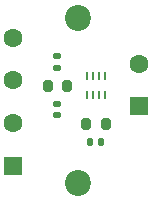
<source format=gts>
G04 #@! TF.GenerationSoftware,KiCad,Pcbnew,(6.0.7-1)-1*
G04 #@! TF.CreationDate,2024-08-15T11:21:41+03:00*
G04 #@! TF.ProjectId,Ideal_Diode,49646561-6c5f-4446-996f-64652e6b6963,rev?*
G04 #@! TF.SameCoordinates,Original*
G04 #@! TF.FileFunction,Soldermask,Top*
G04 #@! TF.FilePolarity,Negative*
%FSLAX46Y46*%
G04 Gerber Fmt 4.6, Leading zero omitted, Abs format (unit mm)*
G04 Created by KiCad (PCBNEW (6.0.7-1)-1) date 2024-08-15 11:21:41*
%MOMM*%
%LPD*%
G01*
G04 APERTURE LIST*
G04 Aperture macros list*
%AMRoundRect*
0 Rectangle with rounded corners*
0 $1 Rounding radius*
0 $2 $3 $4 $5 $6 $7 $8 $9 X,Y pos of 4 corners*
0 Add a 4 corners polygon primitive as box body*
4,1,4,$2,$3,$4,$5,$6,$7,$8,$9,$2,$3,0*
0 Add four circle primitives for the rounded corners*
1,1,$1+$1,$2,$3*
1,1,$1+$1,$4,$5*
1,1,$1+$1,$6,$7*
1,1,$1+$1,$8,$9*
0 Add four rect primitives between the rounded corners*
20,1,$1+$1,$2,$3,$4,$5,0*
20,1,$1+$1,$4,$5,$6,$7,0*
20,1,$1+$1,$6,$7,$8,$9,0*
20,1,$1+$1,$8,$9,$2,$3,0*%
G04 Aperture macros list end*
%ADD10RoundRect,0.200000X-0.200000X-0.275000X0.200000X-0.275000X0.200000X0.275000X-0.200000X0.275000X0*%
%ADD11RoundRect,0.250000X0.550000X-0.550000X0.550000X0.550000X-0.550000X0.550000X-0.550000X-0.550000X0*%
%ADD12C,1.600000*%
%ADD13R,0.228600X0.711200*%
%ADD14RoundRect,0.140000X-0.170000X0.140000X-0.170000X-0.140000X0.170000X-0.140000X0.170000X0.140000X0*%
%ADD15C,2.200000*%
%ADD16RoundRect,0.140000X0.170000X-0.140000X0.170000X0.140000X-0.170000X0.140000X-0.170000X-0.140000X0*%
%ADD17RoundRect,0.140000X-0.140000X-0.170000X0.140000X-0.170000X0.140000X0.170000X-0.140000X0.170000X0*%
G04 APERTURE END LIST*
D10*
X153425000Y-94750000D03*
X155075000Y-94750000D03*
X156675000Y-98000000D03*
X158325000Y-98000000D03*
D11*
X161200000Y-96500000D03*
D12*
X161200000Y-92900000D03*
D13*
X158250189Y-93949900D03*
X157750063Y-93949900D03*
X157249937Y-93949900D03*
X156749811Y-93949900D03*
X156749811Y-95550100D03*
X157249937Y-95550100D03*
X157750063Y-95550100D03*
X158250189Y-95550100D03*
D14*
X154250000Y-92250000D03*
X154250000Y-93210000D03*
D15*
X156000000Y-103000000D03*
X156000000Y-89000000D03*
D11*
X150500000Y-101500000D03*
D12*
X150500000Y-97900000D03*
X150500000Y-94300000D03*
X150500000Y-90700000D03*
D16*
X154250000Y-97230000D03*
X154250000Y-96270000D03*
D17*
X157020000Y-99500000D03*
X157980000Y-99500000D03*
M02*

</source>
